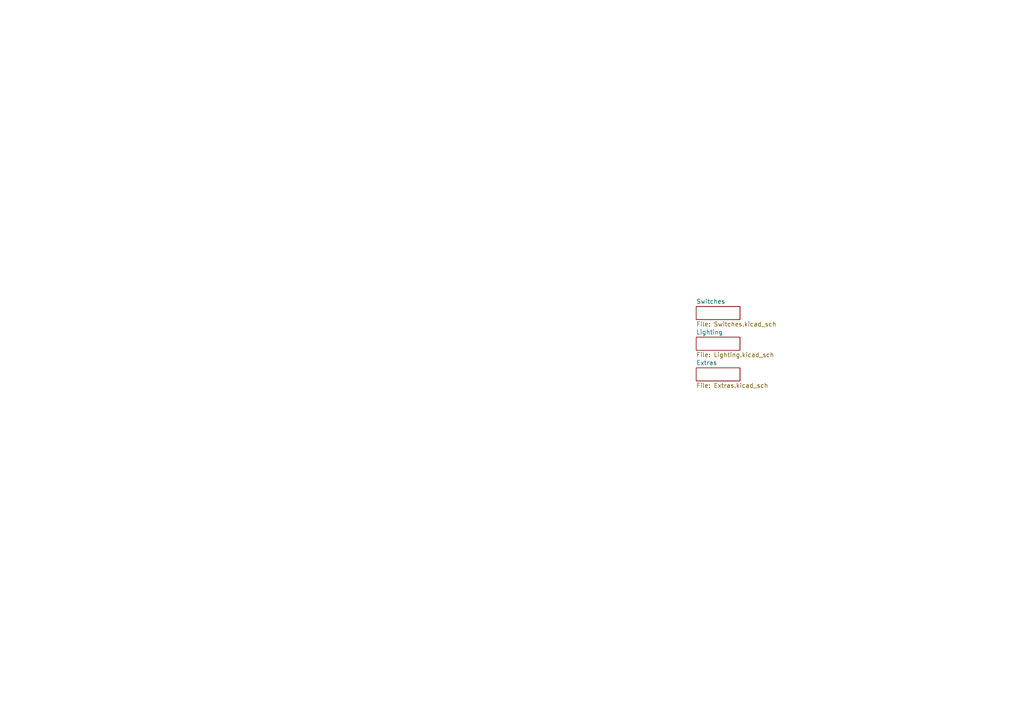
<source format=kicad_sch>
(kicad_sch
	(version 20231120)
	(generator "eeschema")
	(generator_version "8.0")
	(uuid "3a1e7dd3-cbe0-4dad-bde7-d3b04a4fc1a5")
	(paper "A4")
	(lib_symbols)
	(sheet
		(at 201.93 106.68)
		(size 12.7 3.81)
		(fields_autoplaced yes)
		(stroke
			(width 0.1524)
			(type solid)
		)
		(fill
			(color 0 0 0 0.0000)
		)
		(uuid "09ad2000-7abb-4c35-ab1b-396ae78d3edf")
		(property "Sheetname" "Extras"
			(at 201.93 105.9684 0)
			(effects
				(font
					(size 1.27 1.27)
				)
				(justify left bottom)
			)
		)
		(property "Sheetfile" "Extras.kicad_sch"
			(at 201.93 111.0746 0)
			(effects
				(font
					(size 1.27 1.27)
				)
				(justify left top)
			)
		)
		(instances
			(project "Num_Pad"
				(path "/3a1e7dd3-cbe0-4dad-bde7-d3b04a4fc1a5"
					(page "4")
				)
			)
		)
	)
	(sheet
		(at 201.93 88.9)
		(size 12.7 3.81)
		(fields_autoplaced yes)
		(stroke
			(width 0.1524)
			(type solid)
		)
		(fill
			(color 0 0 0 0.0000)
		)
		(uuid "419659df-3de6-4b63-9246-39da372e1d61")
		(property "Sheetname" "Switches"
			(at 201.93 88.1884 0)
			(effects
				(font
					(size 1.27 1.27)
				)
				(justify left bottom)
			)
		)
		(property "Sheetfile" "Switches.kicad_sch"
			(at 201.93 93.2946 0)
			(effects
				(font
					(size 1.27 1.27)
				)
				(justify left top)
			)
		)
		(instances
			(project "Num_Pad"
				(path "/3a1e7dd3-cbe0-4dad-bde7-d3b04a4fc1a5"
					(page "2")
				)
			)
		)
	)
	(sheet
		(at 201.93 97.79)
		(size 12.7 3.81)
		(fields_autoplaced yes)
		(stroke
			(width 0.1524)
			(type solid)
		)
		(fill
			(color 0 0 0 0.0000)
		)
		(uuid "74e0f0c7-4f0a-4dea-89b9-929f23fe4a31")
		(property "Sheetname" "Lighting"
			(at 201.93 97.0784 0)
			(effects
				(font
					(size 1.27 1.27)
				)
				(justify left bottom)
			)
		)
		(property "Sheetfile" "Lighting.kicad_sch"
			(at 201.93 102.1846 0)
			(effects
				(font
					(size 1.27 1.27)
				)
				(justify left top)
			)
		)
		(instances
			(project "Num_Pad"
				(path "/3a1e7dd3-cbe0-4dad-bde7-d3b04a4fc1a5"
					(page "3")
				)
			)
		)
	)
	(sheet_instances
		(path "/"
			(page "1")
		)
	)
)

</source>
